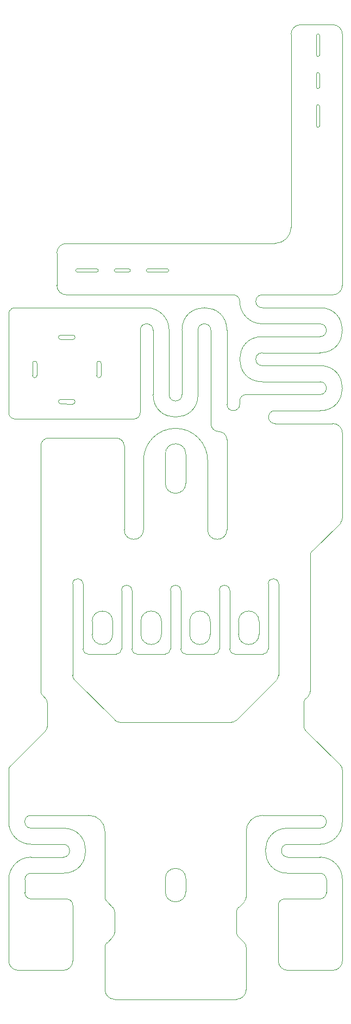
<source format=gbr>
%FSLAX34Y34*%
%MOMM*%
%LNOUTLINE*%
G71*
G01*
%ADD10C, 0.100*%
%LPD*%
G54D10*
G75*
G01X479500Y-97000D02*
G03X484500Y-97000I2500J0D01*
G01*
G54D10*
G75*
G01X484500Y-77000D02*
G03X479500Y-77000I-2500J0D01*
G01*
G54D10*
X479500Y-97000D02*
X479500Y-77000D01*
G54D10*
X484500Y-97000D02*
X484500Y-77000D01*
G54D10*
G75*
G01X479500Y-157000D02*
G03X484500Y-157000I2500J0D01*
G01*
G54D10*
G75*
G01X484500Y-127000D02*
G03X479500Y-127000I-2500J0D01*
G01*
G54D10*
X479500Y-157000D02*
X479500Y-127000D01*
G54D10*
X484500Y-157000D02*
X484500Y-127000D01*
G54D10*
G75*
G01X479500Y-47000D02*
G03X484500Y-47000I2500J0D01*
G01*
G54D10*
G75*
G01X484500Y-17000D02*
G03X479500Y-17000I-2500J0D01*
G01*
G54D10*
X479500Y-47000D02*
X479500Y-17000D01*
G54D10*
X484500Y-47000D02*
X484500Y-17000D01*
G54D10*
G75*
G01X187000Y-384500D02*
G03X187000Y-379500I0J2500D01*
G01*
G54D10*
G75*
G01X167000Y-379500D02*
G03X167000Y-384500I0J-2500D01*
G01*
G54D10*
X187000Y-384500D02*
X167000Y-384500D01*
G54D10*
X187000Y-379500D02*
X167000Y-379500D01*
G54D10*
G75*
G01X247000Y-384500D02*
G03X247000Y-379500I0J2500D01*
G01*
G54D10*
G75*
G01X217000Y-379500D02*
G03X217000Y-384500I0J-2500D01*
G01*
G54D10*
X247000Y-384500D02*
X217000Y-384500D01*
G54D10*
X247000Y-379500D02*
X217000Y-379500D01*
G54D10*
G75*
G01X137000Y-384500D02*
G03X137000Y-379500I0J2500D01*
G01*
G54D10*
G75*
G01X107000Y-379500D02*
G03X107000Y-384500I0J-2500D01*
G01*
G54D10*
X137000Y-384500D02*
X107000Y-384500D01*
G54D10*
X137000Y-379500D02*
X107000Y-379500D01*
G54D10*
X75000Y-355000D02*
X75000Y-405000D01*
G54D10*
G75*
G01X415000Y-340000D02*
G03X440000Y-315000I0J25000D01*
G01*
G54D10*
X90000Y-340000D02*
X415000Y-340000D01*
G54D10*
G75*
G01X455000Y0D02*
G03X440000Y-15000I0J-15000D01*
G01*
G54D10*
X440000Y-315000D02*
X440000Y-15000D01*
G54D10*
G75*
G01X90000Y-340000D02*
G03X75000Y-355000I0J-15000D01*
G01*
G54D10*
G75*
G01X520000Y-15000D02*
G03X505000Y0I-15000J0D01*
G01*
G54D10*
G75*
G01X75000Y-405000D02*
G03X90000Y-420000I15000J0D01*
G01*
G54D10*
G75*
G01X344200Y-879200D02*
G03X328200Y-879200I-8000J0D01*
G01*
G54D10*
G75*
G01X320200Y-978400D02*
G03X328200Y-970400I0J8000D01*
G01*
G54D10*
X328200Y-879200D02*
X328200Y-970400D01*
G54D10*
X344200Y-879200D02*
X344200Y-970400D01*
G54D10*
G75*
G01X344200Y-970400D02*
G03X352200Y-978400I8000J0D01*
G01*
G54D10*
G75*
G01X268000Y-879200D02*
G03X252000Y-879200I-8000J0D01*
G01*
G54D10*
G75*
G01X244000Y-978400D02*
G03X252000Y-970400I0J8000D01*
G01*
G54D10*
X252000Y-879200D02*
X252000Y-970400D01*
G54D10*
X268000Y-879200D02*
X268000Y-970400D01*
G54D10*
G75*
G01X268000Y-970400D02*
G03X276000Y-978400I8000J0D01*
G01*
G54D10*
G75*
G01X191800Y-879200D02*
G03X175800Y-879200I-8000J0D01*
G01*
G54D10*
G75*
G01X167800Y-978400D02*
G03X175800Y-970400I0J8000D01*
G01*
G54D10*
X175800Y-879200D02*
X175800Y-970400D01*
G54D10*
X191800Y-879200D02*
X191800Y-970400D01*
G54D10*
G75*
G01X191800Y-970400D02*
G03X199800Y-978400I8000J0D01*
G01*
G54D10*
X115600Y-869200D02*
X115600Y-970400D01*
G54D10*
G75*
G01X115600Y-970400D02*
G03X123600Y-978400I8000J0D01*
G01*
G54D10*
G75*
G01X396400Y-978400D02*
G03X404400Y-970400I0J8000D01*
G01*
G54D10*
X404400Y-869200D02*
X404400Y-970400D01*
G54D10*
X396400Y-978400D02*
X352200Y-978400D01*
G54D10*
X320200Y-978400D02*
X276000Y-978400D01*
G54D10*
X244000Y-978400D02*
X199800Y-978400D01*
G54D10*
X167800Y-978400D02*
X123600Y-978400D01*
G54D10*
G75*
G01X244000Y-712500D02*
G03X276000Y-712500I16000J0D01*
G01*
G54D10*
G75*
G01X276000Y-667500D02*
G03X244000Y-667500I-16000J0D01*
G01*
G54D10*
X276000Y-712500D02*
X276000Y-667500D01*
G54D10*
X244000Y-712500D02*
X244000Y-667500D01*
G54D10*
G75*
G01X310000Y-677500D02*
G03X210000Y-677500I-50000J0D01*
G01*
G54D10*
X210000Y-677500D02*
X210000Y-785000D01*
G54D10*
X310000Y-677500D02*
X310000Y-785000D01*
G54D10*
G75*
G01X310000Y-785000D02*
G03X340000Y-785000I15000J0D01*
G01*
G54D10*
G75*
G01X180000Y-785000D02*
G03X210000Y-785000I15000J0D01*
G01*
G54D10*
G75*
G01X115600Y-869200D02*
G03X99600Y-869200I-8000J0D01*
G01*
G54D10*
G75*
G01X420400Y-869200D02*
G03X404400Y-869200I-8000J0D01*
G01*
G54D10*
X99600Y-869200D02*
X99600Y-1011262D01*
G54D10*
X420400Y-1011262D02*
X420400Y-869200D01*
G54D10*
X180000Y-655000D02*
X180000Y-785000D01*
G54D10*
X340000Y-645000D02*
X340000Y-785000D01*
G54D10*
G75*
G01X340000Y-645000D02*
G03X327500Y-632500I-12500J0D01*
G01*
G54D10*
G75*
G01X150000Y-1254000D02*
G03X125000Y-1229000I-25000J0D01*
G01*
G54D10*
G75*
G01X395000Y-1229000D02*
G03X370000Y-1254000I0J-25000D01*
G01*
G54D10*
G75*
G01X10000Y-440000D02*
G03X0Y-450000I0J-10000D01*
G01*
G54D10*
X10000Y-440000D02*
X215000Y-440000D01*
G54D10*
G75*
G01X250000Y-475000D02*
G03X215000Y-440000I-35000J0D01*
G01*
G54D10*
G75*
G01X0Y-603000D02*
G03X10000Y-613000I10000J0D01*
G01*
G54D10*
X10000Y-613000D02*
X195000Y-613000D01*
G54D10*
G75*
G01X195000Y-613000D02*
G03X205000Y-603000I0J10000D01*
G01*
G54D10*
X0Y-450000D02*
X0Y-603000D01*
G54D10*
G75*
G01X225000Y-475000D02*
G03X205000Y-475000I-10000J0D01*
G01*
G54D10*
X205000Y-475000D02*
X205000Y-603000D01*
G54D10*
G75*
G01X225000Y-575000D02*
G03X295000Y-575000I35000J0D01*
G01*
G54D10*
G75*
G01X250000Y-575000D02*
G03X270000Y-575000I10000J0D01*
G01*
G54D10*
X225000Y-475000D02*
X225000Y-575000D01*
G54D10*
X250000Y-475000D02*
X250000Y-575000D01*
G54D10*
X270000Y-475000D02*
X270000Y-575000D01*
G54D10*
G75*
G01X340000Y-475000D02*
G03X270000Y-475000I-35000J0D01*
G01*
G54D10*
G75*
G01X315000Y-475000D02*
G03X295000Y-475000I-10000J0D01*
G01*
G54D10*
X295000Y-475000D02*
X295000Y-575000D01*
G54D10*
X315000Y-475000D02*
X315000Y-620000D01*
G54D10*
X340000Y-475000D02*
X340000Y-589927D01*
G54D10*
G75*
G01X340000Y-589927D02*
G03X360000Y-589927I10000J0D01*
G01*
G54D10*
X395000Y-420000D02*
X505000Y-420000D01*
G54D10*
X455000Y0D02*
X505000Y0D01*
G54D10*
G75*
G01X315000Y-620000D02*
G03X327500Y-632500I12500J0D01*
G01*
G54D10*
G75*
G01X180000Y-655000D02*
G03X167500Y-642500I-12500J0D01*
G01*
G54D10*
G75*
G01X62500Y-642500D02*
G03X50000Y-655000I0J-12500D01*
G01*
G54D10*
X62500Y-642500D02*
X167500Y-642500D01*
G54D10*
G75*
G01X150000Y-1500000D02*
G03X165000Y-1515000I15000J0D01*
G01*
G54D10*
G75*
G01X355000Y-1515000D02*
G03X370000Y-1500000I0J15000D01*
G01*
G54D10*
X150071Y-1434000D02*
X150000Y-1500000D01*
G54D10*
X165000Y-1515000D02*
X355000Y-1515000D01*
G54D10*
X172609Y-1084129D02*
X347462Y-1084200D01*
G54D10*
X50071Y-1035929D02*
X50000Y-655000D01*
G54D10*
G75*
G01X100000Y-489500D02*
G03X100000Y-482500I0J3500D01*
G01*
G54D10*
G75*
G01X81150Y-482393D02*
G03X81150Y-489393I0J-3500D01*
G01*
G54D10*
X100000Y-489500D02*
X81150Y-489393D01*
G54D10*
X100000Y-482500D02*
X81150Y-482393D01*
G54D10*
G75*
G01X100000Y-589500D02*
G03X100000Y-582500I0J3500D01*
G01*
G54D10*
G75*
G01X81150Y-582393D02*
G03X81150Y-589393I0J-3500D01*
G01*
G54D10*
X100000Y-589500D02*
X81150Y-589393D01*
G54D10*
X100000Y-582500D02*
X81150Y-582393D01*
G54D10*
G75*
G01X137022Y-545371D02*
G03X144022Y-545371I3500J0D01*
G01*
G54D10*
G75*
G01X144129Y-526521D02*
G03X137129Y-526521I-3500J0D01*
G01*
G54D10*
X137022Y-545371D02*
X137129Y-526521D01*
G54D10*
X144022Y-545371D02*
X144129Y-526521D01*
G54D10*
G75*
G01X37022Y-545371D02*
G03X44022Y-545371I3500J0D01*
G01*
G54D10*
G75*
G01X44129Y-526521D02*
G03X37129Y-526521I-3500J0D01*
G01*
G54D10*
X37022Y-545371D02*
X37129Y-526521D01*
G54D10*
X44022Y-545371D02*
X44129Y-526521D01*
G54D10*
X2912Y-1151929D02*
X57071Y-1098000D01*
G54D10*
X520017Y-1158500D02*
X520000Y-1239000D01*
G54D10*
X470000Y-1036000D02*
X470000Y-825000D01*
G54D10*
X517088Y-1151429D02*
X462929Y-1097554D01*
G54D10*
X472929Y-817929D02*
X517071Y-774071D01*
G54D10*
X102529Y-1018333D02*
X165538Y-1081200D01*
G54D10*
X417471Y-1018333D02*
X354533Y-1081271D01*
G54D10*
X520000Y-767000D02*
X520000Y-635000D01*
G54D10*
X520000Y-405000D02*
X520000Y-15000D01*
G54D10*
G75*
G01X395000Y-485000D02*
G03X395000Y-555000I0J-35000D01*
G01*
G54D10*
X485000Y-530000D02*
X395000Y-530000D01*
G54D10*
G75*
G01X485000Y-600000D02*
G03X485000Y-530000I0J35000D01*
G01*
G54D10*
G75*
G01X485000Y-575000D02*
G03X485000Y-555000I0J10000D01*
G01*
G54D10*
X485000Y-555000D02*
X395000Y-555000D01*
G54D10*
G75*
G01X415000Y-600000D02*
G03X415000Y-620000I0J-10000D01*
G01*
G54D10*
X485000Y-575000D02*
X370000Y-574927D01*
G54D10*
X485000Y-600000D02*
X415000Y-600000D01*
G54D10*
X505000Y-620000D02*
X415000Y-620000D01*
G54D10*
G75*
G01X395000Y-510000D02*
G03X395000Y-530000I0J-10000D01*
G01*
G54D10*
G75*
G01X244000Y-1347500D02*
G03X276000Y-1347500I16000J0D01*
G01*
G54D10*
G75*
G01X276000Y-1327500D02*
G03X244000Y-1327500I-16000J0D01*
G01*
G54D10*
X276000Y-1347500D02*
X276000Y-1327500D01*
G54D10*
X244000Y-1347500D02*
X244000Y-1327500D01*
G54D10*
G75*
G01X244000Y-1347500D02*
G03X276000Y-1347500I16000J0D01*
G01*
G54D10*
G75*
G01X276000Y-1327500D02*
G03X244000Y-1327500I-16000J0D01*
G01*
G54D10*
X276000Y-1347500D02*
X276000Y-1327500D01*
G54D10*
X244000Y-1347500D02*
X244000Y-1327500D01*
G54D10*
G75*
G01X130000Y-947500D02*
G03X162000Y-947500I16000J0D01*
G01*
G54D10*
G75*
G01X162000Y-927500D02*
G03X130000Y-927500I-16000J0D01*
G01*
G54D10*
X162000Y-947500D02*
X162000Y-927500D01*
G54D10*
X130000Y-947500D02*
X130000Y-927500D01*
G54D10*
G75*
G01X358000Y-947500D02*
G03X390000Y-947500I16000J0D01*
G01*
G54D10*
G75*
G01X390000Y-927500D02*
G03X358000Y-927500I-16000J0D01*
G01*
G54D10*
X390000Y-947500D02*
X390000Y-927500D01*
G54D10*
X358000Y-947500D02*
X358000Y-927500D01*
G54D10*
G75*
G01X282000Y-947500D02*
G03X314000Y-947500I16000J0D01*
G01*
G54D10*
G75*
G01X314000Y-927500D02*
G03X282000Y-927500I-16000J0D01*
G01*
G54D10*
X314000Y-947500D02*
X314000Y-927500D01*
G54D10*
X282000Y-947500D02*
X282000Y-927500D01*
G54D10*
G75*
G01X206000Y-947500D02*
G03X238000Y-947500I16000J0D01*
G01*
G54D10*
G75*
G01X238000Y-927500D02*
G03X206000Y-927500I-16000J0D01*
G01*
G54D10*
X238000Y-947500D02*
X238000Y-927500D01*
G54D10*
X206000Y-947500D02*
X206000Y-927500D01*
G54D10*
X395000Y-1229000D02*
X485000Y-1229000D01*
G54D10*
G75*
G01X0Y-1455000D02*
G03X15000Y-1470000I15000J0D01*
G01*
G54D10*
G75*
G01X85000Y-1470000D02*
G03X100000Y-1455000I0J15000D01*
G01*
G54D10*
X85000Y-1470000D02*
X15000Y-1470000D01*
G54D10*
X100000Y-1369000D02*
X100000Y-1455000D01*
G54D10*
G75*
G01X0Y-1239000D02*
G03X35000Y-1274000I35000J0D01*
G01*
G54D10*
G75*
G01X35000Y-1229000D02*
G03X35000Y-1249000I0J-10000D01*
G01*
G54D10*
G75*
G01X85000Y-1319000D02*
G03X85000Y-1249000I0J35000D01*
G01*
G54D10*
X35000Y-1294000D02*
X85000Y-1294000D01*
G54D10*
X35000Y-1319000D02*
X85000Y-1319000D01*
G54D10*
G75*
G01X85000Y-1294000D02*
G03X85000Y-1274000I0J10000D01*
G01*
G54D10*
X35000Y-1249000D02*
X85000Y-1249000D01*
G54D10*
X35000Y-1274000D02*
X85000Y-1274000D01*
G54D10*
G75*
G01X35000Y-1294000D02*
G03X0Y-1329000I0J-35000D01*
G01*
G54D10*
G75*
G01X35000Y-1319000D02*
G03X25000Y-1329000I0J-10000D01*
G01*
G54D10*
X0Y-1455000D02*
X0Y-1329000D01*
G54D10*
G75*
G01X100000Y-1369000D02*
G03X90000Y-1359000I-10000J0D01*
G01*
G54D10*
X35000Y-1359000D02*
X90000Y-1359000D01*
G54D10*
G75*
G01X25000Y-1349000D02*
G03X35000Y-1359000I10000J0D01*
G01*
G54D10*
X25000Y-1329000D02*
X25000Y-1349000D01*
G54D10*
X35000Y-1229000D02*
X125000Y-1229000D01*
G54D10*
X-17Y-1159000D02*
X0Y-1239000D01*
G54D10*
G75*
G01X505000Y-1470000D02*
G03X520000Y-1455000I0J15000D01*
G01*
G54D10*
G75*
G01X420000Y-1455000D02*
G03X435000Y-1470000I15000J0D01*
G01*
G54D10*
X435000Y-1470000D02*
X505000Y-1470000D01*
G54D10*
X420000Y-1369000D02*
X420000Y-1455000D01*
G54D10*
G75*
G01X485000Y-1274000D02*
G03X520000Y-1239000I0J35000D01*
G01*
G54D10*
G75*
G01X485000Y-1249000D02*
G03X485000Y-1229000I0J10000D01*
G01*
G54D10*
G75*
G01X435000Y-1249000D02*
G03X435000Y-1319000I0J-35000D01*
G01*
G54D10*
X485000Y-1294000D02*
X435000Y-1294000D01*
G54D10*
X485000Y-1319000D02*
X435000Y-1319000D01*
G54D10*
G75*
G01X435000Y-1274000D02*
G03X435000Y-1294000I0J-10000D01*
G01*
G54D10*
X485000Y-1249000D02*
X435000Y-1249000D01*
G54D10*
X485000Y-1274000D02*
X435000Y-1274000D01*
G54D10*
G75*
G01X520000Y-1329000D02*
G03X485000Y-1294000I-35000J0D01*
G01*
G54D10*
G75*
G01X495000Y-1329000D02*
G03X485000Y-1319000I-10000J0D01*
G01*
G54D10*
X520000Y-1455000D02*
X520000Y-1329000D01*
G54D10*
G75*
G01X430000Y-1359000D02*
G03X420000Y-1369000I0J-10000D01*
G01*
G54D10*
X485000Y-1359000D02*
X430000Y-1359000D01*
G54D10*
G75*
G01X485000Y-1359000D02*
G03X495000Y-1349000I0J10000D01*
G01*
G54D10*
X495000Y-1329000D02*
X495000Y-1349000D01*
G54D10*
X467071Y-1043071D02*
X463000Y-1047000D01*
G54D10*
G75*
G01X472929Y-817929D02*
G03X470000Y-825000I7071J-7071D01*
G01*
G54D10*
G75*
G01X517071Y-774071D02*
G03X520000Y-767000I-7071J7071D01*
G01*
G54D10*
G75*
G01X417471Y-1018333D02*
G03X420400Y-1011262I-7071J7071D01*
G01*
G54D10*
G75*
G01X99600Y-1011262D02*
G03X102529Y-1018333I10000J0D01*
G01*
G54D10*
G75*
G01X347462Y-1084200D02*
G03X354533Y-1081271I0J10000D01*
G01*
G54D10*
G75*
G01X165538Y-1081200D02*
G03X172609Y-1084129I7071J7071D01*
G01*
G54D10*
G75*
G01X467071Y-1043071D02*
G03X470000Y-1036000I-7071J7071D01*
G01*
G54D10*
G75*
G01X463000Y-1047000D02*
G03X460071Y-1054071I7071J-7071D01*
G01*
G54D10*
X460000Y-1090483D02*
X460071Y-1054071D01*
G54D10*
X53000Y-1043000D02*
X57071Y-1046929D01*
G54D10*
G75*
G01X50071Y-1035929D02*
G03X53000Y-1043000I10000J0D01*
G01*
G54D10*
G75*
G01X60000Y-1054000D02*
G03X57071Y-1046929I-10000J0D01*
G01*
G54D10*
G75*
G01X57071Y-1098000D02*
G03X60000Y-1090929I-7071J7071D01*
G01*
G54D10*
X60000Y-1054000D02*
X60000Y-1090929D01*
G54D10*
G75*
G01X460000Y-1090483D02*
G03X462929Y-1097554I10000J0D01*
G01*
G54D10*
G75*
G01X520017Y-1158500D02*
G03X517088Y-1151429I-10000J0D01*
G01*
G54D10*
G75*
G01X2912Y-1151929D02*
G03X-17Y-1159000I7071J-7071D01*
G01*
G54D10*
G75*
G01X520000Y-635000D02*
G03X505000Y-620000I-15000J0D01*
G01*
G54D10*
X485000Y-485000D02*
X395000Y-485000D01*
G54D10*
X485000Y-510000D02*
X395000Y-510000D01*
G54D10*
G75*
G01X360000Y-430000D02*
G03X395000Y-465000I35000J0D01*
G01*
G54D10*
X485000Y-440000D02*
X395000Y-440000D01*
G54D10*
G75*
G01X485000Y-510000D02*
G03X485000Y-440000I0J35000D01*
G01*
G54D10*
G75*
G01X485000Y-485000D02*
G03X485000Y-465000I0J10000D01*
G01*
G54D10*
X485000Y-465000D02*
X395000Y-465000D01*
G54D10*
G75*
G01X395000Y-420000D02*
G03X395000Y-440000I0J-10000D01*
G01*
G54D10*
G75*
G01X505000Y-420000D02*
G03X520000Y-405000I0J15000D01*
G01*
G54D10*
G75*
G01X360000Y-430000D02*
G03X350000Y-420000I-10000J0D01*
G01*
G54D10*
X90000Y-420000D02*
X350000Y-420000D01*
G54D10*
G75*
G01X370000Y-574927D02*
G03X360000Y-584927I0J-10000D01*
G01*
G54D10*
X360000Y-589927D02*
X360000Y-584927D01*
G54D10*
X153000Y-1363000D02*
X162071Y-1371929D01*
G54D10*
G75*
G01X150071Y-1355929D02*
G03X153000Y-1363000I10000J0D01*
G01*
G54D10*
G75*
G01X165000Y-1379000D02*
G03X162071Y-1371929I-10000J0D01*
G01*
G54D10*
X153000Y-1426929D02*
X162071Y-1418000D01*
G54D10*
G75*
G01X153000Y-1426929D02*
G03X150071Y-1434000I7071J-7071D01*
G01*
G54D10*
G75*
G01X162071Y-1418000D02*
G03X165000Y-1410929I-7071J7071D01*
G01*
G54D10*
X165000Y-1379000D02*
X165000Y-1410929D01*
G54D10*
X150071Y-1355929D02*
X150071Y-1254071D01*
X150000Y-1254000D01*
G54D10*
X370000Y-1433929D02*
X370000Y-1500000D01*
G54D10*
X367071Y-1362929D02*
X358000Y-1371858D01*
G54D10*
G75*
G01X367071Y-1362929D02*
G03X370000Y-1355858I-7071J7071D01*
G01*
G54D10*
G75*
G01X358000Y-1371858D02*
G03X355071Y-1378929I7071J-7071D01*
G01*
G54D10*
X367071Y-1426858D02*
X358000Y-1417929D01*
G54D10*
G75*
G01X370000Y-1433929D02*
G03X367071Y-1426858I-10000J0D01*
G01*
G54D10*
G75*
G01X355071Y-1410858D02*
G03X358000Y-1417929I10000J0D01*
G01*
G54D10*
X355071Y-1378929D02*
X355071Y-1410858D01*
G54D10*
X370000Y-1355858D02*
X370000Y-1254000D01*
X370071Y-1253929D01*
M02*

</source>
